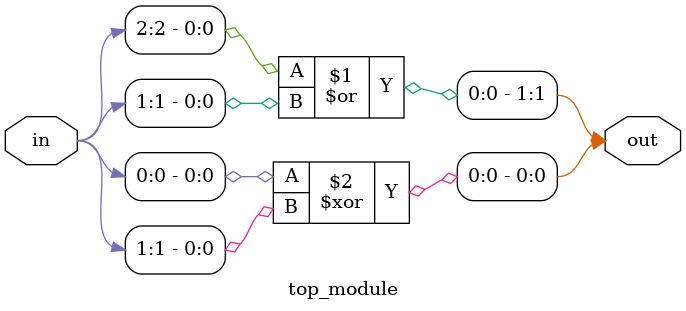
<source format=sv>
module top_module (
    input [2:0] in,
    output [1:0] out
);

    assign out[1] = in[2] | in[1];    // Bitwise OR of input bits 2 and 1
    assign out[0] = in[0] ^ in[1];    // Bitwise XOR of input bits 0 and 1

endmodule

</source>
